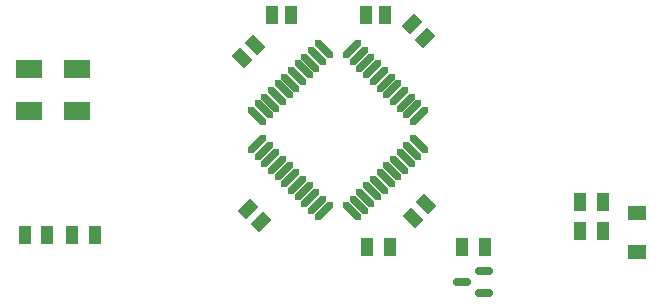
<source format=gbr>
%TF.GenerationSoftware,KiCad,Pcbnew,(6.0.5)*%
%TF.CreationDate,2022-06-13T21:30:09+05:30*%
%TF.ProjectId,pcb-dev-dsPIC30F3011,7063622d-6465-4762-9d64-735049433330,rev?*%
%TF.SameCoordinates,Original*%
%TF.FileFunction,Paste,Top*%
%TF.FilePolarity,Positive*%
%FSLAX46Y46*%
G04 Gerber Fmt 4.6, Leading zero omitted, Abs format (unit mm)*
G04 Created by KiCad (PCBNEW (6.0.5)) date 2022-06-13 21:30:09*
%MOMM*%
%LPD*%
G01*
G04 APERTURE LIST*
G04 Aperture macros list*
%AMRoundRect*
0 Rectangle with rounded corners*
0 $1 Rounding radius*
0 $2 $3 $4 $5 $6 $7 $8 $9 X,Y pos of 4 corners*
0 Add a 4 corners polygon primitive as box body*
4,1,4,$2,$3,$4,$5,$6,$7,$8,$9,$2,$3,0*
0 Add four circle primitives for the rounded corners*
1,1,$1+$1,$2,$3*
1,1,$1+$1,$4,$5*
1,1,$1+$1,$6,$7*
1,1,$1+$1,$8,$9*
0 Add four rect primitives between the rounded corners*
20,1,$1+$1,$2,$3,$4,$5,0*
20,1,$1+$1,$4,$5,$6,$7,0*
20,1,$1+$1,$6,$7,$8,$9,0*
20,1,$1+$1,$8,$9,$2,$3,0*%
%AMRotRect*
0 Rectangle, with rotation*
0 The origin of the aperture is its center*
0 $1 length*
0 $2 width*
0 $3 Rotation angle, in degrees counterclockwise*
0 Add horizontal line*
21,1,$1,$2,0,0,$3*%
G04 Aperture macros list end*
%ADD10R,1.100000X1.550000*%
%ADD11RoundRect,0.300000X-0.512652X-0.512653X-0.512653X-0.512652X0.512652X0.512653X0.512653X0.512652X0*%
%ADD12RoundRect,0.300000X0.512653X-0.512652X0.512652X-0.512653X-0.512653X0.512652X-0.512652X0.512653X0*%
%ADD13RotRect,1.060000X1.490000X225.000000*%
%ADD14RotRect,1.060000X1.490000X45.000000*%
%ADD15R,1.060000X1.490000*%
%ADD16RotRect,1.060000X1.490000X135.000000*%
%ADD17R,2.200000X1.550000*%
%ADD18RoundRect,0.150000X0.587500X0.150000X-0.587500X0.150000X-0.587500X-0.150000X0.587500X-0.150000X0*%
%ADD19R,1.650000X1.150000*%
G04 APERTURE END LIST*
D10*
%TO.C,R6*%
X169100000Y-139000000D03*
X171000000Y-139000000D03*
%TD*%
D11*
%TO.C,U1*%
X151713820Y-130356890D03*
X152279506Y-130922576D03*
X152845192Y-131488262D03*
X153410876Y-132053946D03*
X153976562Y-132619632D03*
X154542245Y-133185315D03*
X155107932Y-133751002D03*
X155673618Y-134316688D03*
X156239303Y-134882373D03*
X156804989Y-135448059D03*
X157370675Y-136013745D03*
D12*
X159774837Y-136013745D03*
X160340523Y-135448059D03*
X160906209Y-134882373D03*
X161471894Y-134316688D03*
X162037580Y-133751002D03*
X162603265Y-133185317D03*
X163168950Y-132619632D03*
X163734636Y-132053946D03*
X164300320Y-131488262D03*
X164866006Y-130922576D03*
X165431692Y-130356890D03*
D11*
X165431692Y-127952728D03*
X164866006Y-127387042D03*
X164300320Y-126821356D03*
X163734636Y-126255671D03*
X163168949Y-125689985D03*
X162603263Y-125124298D03*
X162037579Y-124558615D03*
X161471893Y-123992928D03*
X160906209Y-123427244D03*
X160340523Y-122861558D03*
X159774838Y-122295873D03*
D12*
X157370674Y-122295873D03*
X156804989Y-122861558D03*
X156239303Y-123427244D03*
X155673619Y-123992928D03*
X155107933Y-124558615D03*
X154542247Y-125124300D03*
X153976563Y-125689985D03*
X153410876Y-126255671D03*
X152845192Y-126821356D03*
X152279506Y-127387042D03*
X151713820Y-127952728D03*
%TD*%
D13*
%TO.C,C7*%
X166072756Y-135427244D03*
X164927244Y-136572756D03*
%TD*%
D14*
%TO.C,C5*%
X150427244Y-123072756D03*
X151572756Y-121927244D03*
%TD*%
D15*
%TO.C,C2*%
X154572756Y-119427244D03*
X152952756Y-119427244D03*
%TD*%
%TO.C,C1*%
X160952756Y-119427244D03*
X162572756Y-119427244D03*
%TD*%
D16*
%TO.C,C8*%
X152072756Y-136927244D03*
X150927244Y-135781732D03*
%TD*%
%TO.C,C6*%
X165972756Y-121327244D03*
X164827244Y-120181732D03*
%TD*%
D10*
%TO.C,R2*%
X179100000Y-137705113D03*
X181000000Y-137705113D03*
%TD*%
%TO.C,R5*%
X133950000Y-138000000D03*
X132050000Y-138000000D03*
%TD*%
%TO.C,R4*%
X138000000Y-138000000D03*
X136100000Y-138000000D03*
%TD*%
D17*
%TO.C,D2*%
X136500000Y-127500000D03*
X132400000Y-127500000D03*
%TD*%
D18*
%TO.C,Q1*%
X170937500Y-142950000D03*
X170937500Y-141050000D03*
X169062500Y-142000000D03*
%TD*%
D19*
%TO.C,D3*%
X183900000Y-136200000D03*
X183900000Y-139500000D03*
%TD*%
D17*
%TO.C,D1*%
X136500000Y-124000000D03*
X132400000Y-124000000D03*
%TD*%
D10*
%TO.C,R1*%
X179100000Y-135205113D03*
X181000000Y-135205113D03*
%TD*%
%TO.C,R3*%
X161050000Y-139000000D03*
X162950000Y-139000000D03*
%TD*%
M02*

</source>
